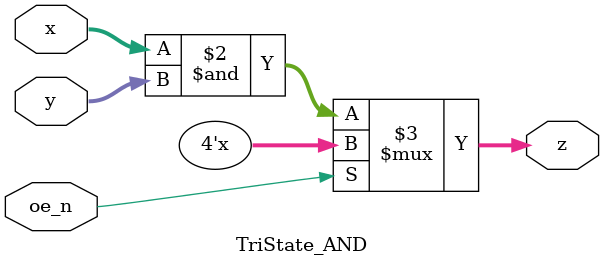
<source format=sv>
module TriState_AND(
    input oe_n, // 低有效使能
    input [3:0] x, y,
    output [3:0] z
);
    assign z = (~oe_n) ? (x & y) : 4'bzzzz;
endmodule

</source>
